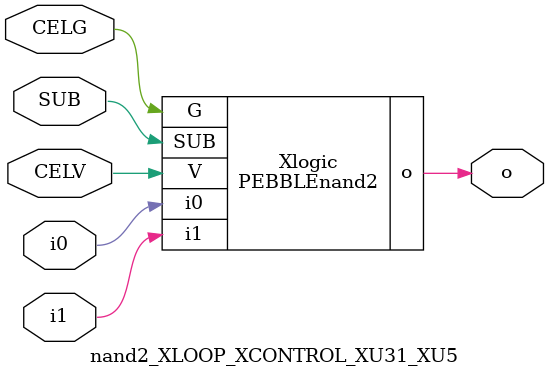
<source format=v>



module PEBBLEnand2 ( o, G, SUB, V, i0, i1 );

  input i0;
  input V;
  input i1;
  input G;
  output o;
  input SUB;
endmodule

//Celera Confidential Do Not Copy nand2_XLOOP_XCONTROL_XU31_XU5
//Celera Confidential Symbol Generator
//5V NAND2
module nand2_XLOOP_XCONTROL_XU31_XU5 (CELV,CELG,i0,i1,o,SUB);
input CELV;
input CELG;
input i0;
input i1;
input SUB;
output o;

//Celera Confidential Do Not Copy nand2
PEBBLEnand2 Xlogic(
.V (CELV),
.i0 (i0),
.i1 (i1),
.o (o),
.SUB (SUB),
.G (CELG)
);
//,diesize,PEBBLEnand2

//Celera Confidential Do Not Copy Module End
//Celera Schematic Generator
endmodule

</source>
